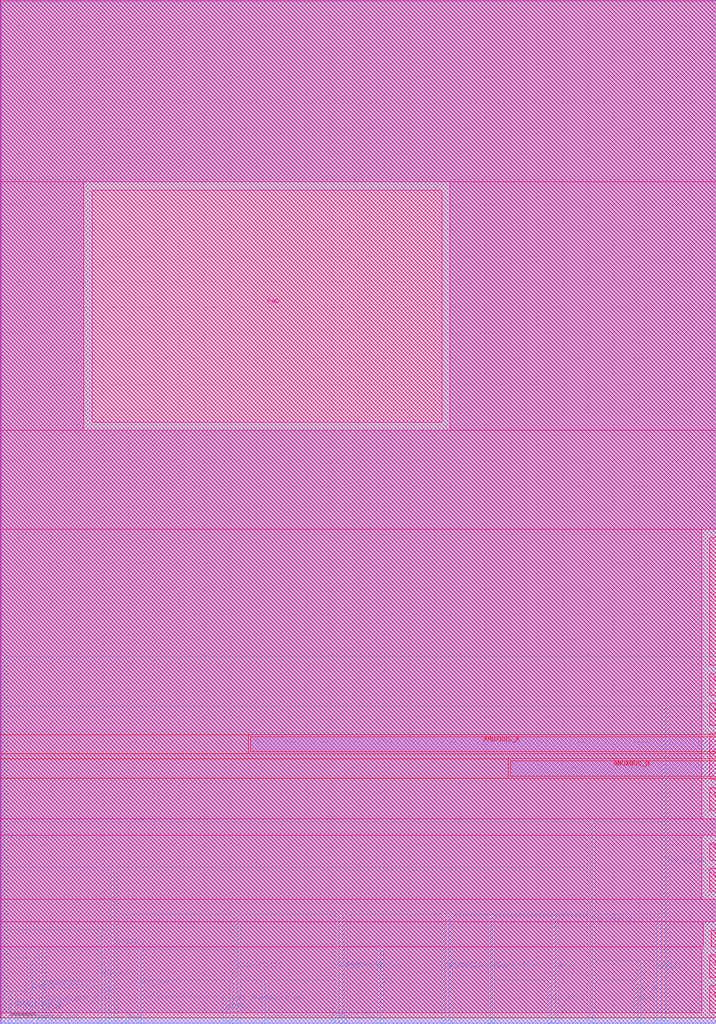
<source format=lef>
# Copyright 2020 The SkyWater PDK Authors
#
# Licensed under the Apache License, Version 2.0 (the "License");
# you may not use this file except in compliance with the License.
# You may obtain a copy of the License at
#
#     https://www.apache.org/licenses/LICENSE-2.0
#
# Unless required by applicable law or agreed to in writing, software
# distributed under the License is distributed on an "AS IS" BASIS,
# WITHOUT WARRANTIES OR CONDITIONS OF ANY KIND, either express or implied.
# See the License for the specific language governing permissions and
# limitations under the License.
#
# SPDX-License-Identifier: Apache-2.0

VERSION 5.7 ;
  NOWIREEXTENSIONATPIN ON ;
  DIVIDERCHAR "/" ;
  BUSBITCHARS "[]" ;
MACRO sky130_fd_io__top_gpio_ovtv2
  CLASS PAD ;
  FOREIGN sky130_fd_io__top_gpio_ovtv2 ;
  ORIGIN  0.000000  0.000000 ;
  SIZE  140.0000 BY  200.0000 ;
  SYMMETRY X Y R90 ;
  PIN AMUXBUS_A
    DIRECTION INOUT ;
    USE SIGNAL ;
    PORT
      LAYER met4 ;
        RECT 48.930000 53.125000 140.000000 56.105000 ;
    END
  END AMUXBUS_A
  PIN AMUXBUS_B
    DIRECTION INOUT ;
    USE SIGNAL ;
    PORT
      LAYER met4 ;
        RECT 99.710000 48.365000 140.000000 51.345000 ;
    END
  END AMUXBUS_B
  PIN ANALOG_EN
    DIRECTION INPUT ;
    USE SIGNAL ;
    PORT
      LAYER met3 ;
        RECT 8.115000 0.000000 8.445000 14.070000 ;
    END
  END ANALOG_EN
  PIN ANALOG_POL
    DIRECTION INPUT ;
    USE SIGNAL ;
    PORT
      LAYER met3 ;
        RECT 65.235000 0.000000 65.565000 1.165000 ;
    END
  END ANALOG_POL
  PIN ANALOG_SEL
    DIRECTION INPUT ;
    USE SIGNAL ;
    PORT
      LAYER met3 ;
        RECT 51.655000 0.000000 51.985000 8.060000 ;
    END
  END ANALOG_SEL
  PIN DM[0]
    DIRECTION INPUT ;
    USE SIGNAL ;
    PORT
      LAYER met3 ;
        RECT 129.125000 0.000000 129.455000 20.955000 ;
    END
  END DM[0]
  PIN DM[1]
    DIRECTION INPUT ;
    USE SIGNAL ;
    PORT
      LAYER met3 ;
        RECT 128.275000 0.000000 128.605000 20.180000 ;
    END
  END DM[1]
  PIN DM[2]
    DIRECTION INPUT ;
    USE SIGNAL ;
    PORT
      LAYER met3 ;
        RECT 108.395000 0.000000 108.725000 20.640000 ;
    END
  END DM[2]
  PIN ENABLE_H
    DIRECTION INPUT ;
    USE SIGNAL ;
    PORT
      LAYER met3 ;
        RECT 22.135000 0.000000 22.465000 30.150000 ;
    END
  END ENABLE_H
  PIN ENABLE_INP_H
    DIRECTION INPUT ;
    USE SIGNAL ;
    PORT
      LAYER met3 ;
        RECT 7.110000 0.000000 7.440000 0.670000 ;
    END
  END ENABLE_INP_H
  PIN ENABLE_VDDA_H
    DIRECTION INPUT ;
    USE SIGNAL ;
    PORT
      LAYER met3 ;
        RECT 8.770000 0.000000 9.100000 7.915000 ;
    END
  END ENABLE_VDDA_H
  PIN ENABLE_VDDIO
    DIRECTION INPUT ;
    USE SIGNAL ;
    PORT
      LAYER met3 ;
        RECT 95.845000 0.000000 96.215000 20.755000 ;
    END
  END ENABLE_VDDIO
  PIN ENABLE_VSWITCH_H
    DIRECTION INPUT ;
    USE SIGNAL ;
    PORT
      LAYER met3 ;
        RECT 5.765000 0.000000 6.365000 12.470000 ;
    END
  END ENABLE_VSWITCH_H
  PIN HLD_H_N
    DIRECTION INPUT ;
    USE SIGNAL ;
    PORT
      LAYER met3 ;
        RECT 19.635000 0.000000 19.965000 17.985000 ;
    END
  END HLD_H_N
  PIN HLD_OVR
    DIRECTION INPUT ;
    USE SIGNAL ;
    PORT
      LAYER met3 ;
        RECT 27.355000 0.000000 27.685000 14.055000 ;
    END
  END HLD_OVR
  PIN HYS_TRIM
    DIRECTION INPUT ;
    USE SIGNAL ;
    PORT
      LAYER met3 ;
        RECT 45.355000 0.000000 45.685000 8.060000 ;
    END
  END HYS_TRIM
  PIN IB_MODE_SEL[0]
    DIRECTION INPUT ;
    USE SIGNAL ;
    PORT
      LAYER met3 ;
        RECT 86.815000 0.000000 87.145000 20.980000 ;
    END
  END IB_MODE_SEL[0]
  PIN IB_MODE_SEL[1]
    DIRECTION INPUT ;
    USE SIGNAL ;
    PORT
      LAYER met3 ;
        RECT 66.935000 0.000000 67.265000 20.980000 ;
    END
  END IB_MODE_SEL[1]
  PIN IN
    DIRECTION OUTPUT ;
    USE SIGNAL ;
    PORT
      LAYER met3 ;
        RECT 20.380000 0.000000 20.710000 11.310000 ;
    END
  END IN
  PIN INP_DIS
    DIRECTION INPUT ;
    USE SIGNAL ;
    PORT
      LAYER met3 ;
        RECT 107.545000 0.000000 107.875000 8.060000 ;
    END
  END INP_DIS
  PIN IN_H
    DIRECTION OUTPUT ;
    USE SIGNAL ;
    PORT
      LAYER met3 ;
        RECT 24.380000 0.000000 24.710000 0.940000 ;
    END
  END IN_H
  PIN OE_N
    DIRECTION INPUT ;
    USE SIGNAL ;
    PORT
      LAYER met3 ;
        RECT 124.445000 0.000000 124.775000 8.060000 ;
    END
  END OE_N
  PIN OUT
    DIRECTION INPUT ;
    USE SIGNAL ;
    PORT
      LAYER met3 ;
        RECT 74.125000 0.000000 74.455000 14.865000 ;
    END
  END OUT
  PIN PAD
    DIRECTION INOUT ;
    USE SIGNAL ;
    PORT
      LAYER met5 ;
        RECT 17.930000 117.530000 86.325000 162.905000 ;
    END
  END PAD
  PIN PAD_A_ESD_0_H
    DIRECTION INOUT ;
    USE SIGNAL ;
    PORT
      LAYER met3 ;
        RECT 1.600000 0.000000 2.200000 5.470000 ;
    END
  END PAD_A_ESD_0_H
  PIN PAD_A_ESD_1_H
    DIRECTION INOUT ;
    USE SIGNAL ;
    PORT
      LAYER met3 ;
        RECT 0.330000 0.000000 0.930000 71.380000 ;
    END
  END PAD_A_ESD_1_H
  PIN PAD_A_NOESD_H
    DIRECTION INOUT ;
    USE SIGNAL ;
    PORT
      LAYER met3 ;
        RECT 2.885000 0.000000 3.485000 5.900000 ;
    END
  END PAD_A_NOESD_H
  PIN SLEW_CTL[0]
    DIRECTION INPUT ;
    USE SIGNAL ;
    PORT
      LAYER met3 ;
        RECT 66.085000 0.000000 66.415000 20.980000 ;
    END
  END SLEW_CTL[0]
  PIN SLEW_CTL[1]
    DIRECTION INPUT ;
    USE SIGNAL ;
    PORT
      LAYER met3 ;
        RECT 46.205000 0.000000 46.535000 20.980000 ;
    END
  END SLEW_CTL[1]
  PIN SLOW
    DIRECTION INPUT ;
    USE SIGNAL ;
    PORT
      LAYER met3 ;
        RECT 125.140000 0.000000 125.470000 11.965000 ;
    END
  END SLOW
  PIN TIE_HI_ESD
    DIRECTION OUTPUT ;
    USE SIGNAL ;
    PORT
      LAYER met3 ;
        RECT 129.975000 0.000000 130.305000 61.655000 ;
    END
  END TIE_HI_ESD
  PIN TIE_LO_ESD
    DIRECTION OUTPUT ;
    USE SIGNAL ;
    PORT
      LAYER met3 ;
        RECT 115.290000 0.000000 115.890000 39.035000 ;
    END
  END TIE_LO_ESD
  PIN VINREF
    DIRECTION INPUT ;
    USE SIGNAL ;
    PORT
      LAYER met3 ;
        RECT 44.035000 0.000000 44.365000 4.885000 ;
    END
  END VINREF
  PIN VTRIP_SEL
    DIRECTION INPUT ;
    USE SIGNAL ;
    PORT
      LAYER met3 ;
        RECT 87.665000 0.000000 87.995000 20.980000 ;
    END
  END VTRIP_SEL
  PIN VCCD
    DIRECTION INOUT ;
    USE POWER ;
    PORT
      LAYER met5 ;
        RECT 138.730000 8.985000 140.000000 13.435000 ;
    END
  END VCCD
  PIN VCCHIB
    DIRECTION INOUT ;
    USE POWER ;
    PORT
      LAYER met5 ;
        RECT 138.730000 2.135000 140.000000 7.385000 ;
    END
  END VCCHIB
  PIN VDDA
    DIRECTION INOUT ;
    USE POWER ;
    PORT
      LAYER met5 ;
        RECT 139.035000 15.035000 140.000000 18.285000 ;
    END
  END VDDA
  PIN VDDIO
    DIRECTION INOUT ;
    USE POWER ;
    PORT
      LAYER met5 ;
        RECT 138.730000 70.035000 140.000000 94.985000 ;
    END
  END VDDIO
  PIN VDDIO_Q
    DIRECTION INOUT ;
    USE POWER ;
    PORT
      LAYER met5 ;
        RECT 138.730000 64.185000 140.000000 68.435000 ;
    END
  END VDDIO_Q
  PIN VSSA
    DIRECTION INOUT ;
    USE GROUND ;
    PORT
      LAYER met5 ;
        RECT 138.730000 47.735000 140.000000 56.735000 ;
    END
  END VSSA
  PIN VSSD
    DIRECTION INOUT ;
    USE GROUND ;
    PORT
      LAYER met5 ;
        RECT 138.730000 41.685000 140.000000 46.135000 ;
    END
  END VSSD
  PIN VSSIO
    DIRECTION INOUT ;
    USE GROUND ;
    PORT
      LAYER met5 ;
        RECT 138.730000 25.935000 140.000000 30.385000 ;
    END
  END VSSIO
  PIN VSSIO_Q
    DIRECTION INOUT ;
    USE GROUND ;
    PORT
      LAYER met5 ;
        RECT 138.730000 58.335000 140.000000 62.585000 ;
    END
  END VSSIO_Q
  PIN VSWITCH
    DIRECTION INOUT ;
    USE POWER ;
    PORT
      LAYER met5 ;
        RECT 138.730000 31.985000 140.000000 35.235000 ;
    END
  END VSWITCH
  OBS
    LAYER li1 ;
      RECT 0.230000 0.200000 140.000000 199.780000 ;
    LAYER met1 ;
      RECT 0.080000 0.000000 140.000000 199.810000 ;
    LAYER met2 ;
      RECT 0.080000 0.000000 140.000000 199.955000 ;
    LAYER met3 ;
      RECT   0.330000 71.780000 140.000000 199.715000 ;
      RECT   1.330000  5.870000   2.485000   6.300000 ;
      RECT   1.330000  6.300000   5.365000  12.870000 ;
      RECT   1.330000 12.870000   7.715000  14.470000 ;
      RECT   1.330000 14.470000  19.235000  18.385000 ;
      RECT   1.330000 18.385000  21.735000  30.550000 ;
      RECT   1.330000 30.550000 114.890000  39.435000 ;
      RECT   1.330000 39.435000 129.575000  62.055000 ;
      RECT   1.330000 62.055000 140.000000  71.780000 ;
      RECT   3.885000  0.000000   5.365000   6.300000 ;
      RECT   6.765000  1.070000   7.715000  12.870000 ;
      RECT   8.845000  8.315000  19.235000  14.470000 ;
      RECT   9.500000  0.000000  19.235000   8.315000 ;
      RECT  20.365000 11.710000  21.735000  18.385000 ;
      RECT  21.110000  0.000000  21.735000  11.710000 ;
      RECT  22.865000  0.000000  23.980000   1.340000 ;
      RECT  22.865000  1.340000  26.955000  14.455000 ;
      RECT  22.865000 14.455000  45.805000  21.380000 ;
      RECT  22.865000 21.380000 114.890000  30.550000 ;
      RECT  25.110000  0.000000  26.955000   1.340000 ;
      RECT  28.085000  0.000000  43.635000   5.285000 ;
      RECT  28.085000  5.285000  44.955000   8.460000 ;
      RECT  28.085000  8.460000  45.805000  14.455000 ;
      RECT  44.765000  0.000000  44.955000   5.285000 ;
      RECT  46.935000  0.000000  51.255000   8.460000 ;
      RECT  46.935000  8.460000  65.685000  21.380000 ;
      RECT  52.385000  0.000000  64.835000   1.565000 ;
      RECT  52.385000  1.565000  65.685000   8.460000 ;
      RECT  67.665000  0.000000  73.725000  15.265000 ;
      RECT  67.665000 15.265000  86.415000  21.380000 ;
      RECT  74.855000  0.000000  86.415000  15.265000 ;
      RECT  88.395000  0.000000  95.445000  21.155000 ;
      RECT  88.395000 21.155000 114.890000  21.380000 ;
      RECT  96.615000  0.000000 107.145000   8.460000 ;
      RECT  96.615000  8.460000 107.995000  21.040000 ;
      RECT  96.615000 21.040000 114.890000  21.155000 ;
      RECT 109.125000  0.000000 114.890000  21.040000 ;
      RECT 116.290000  0.000000 124.045000   8.460000 ;
      RECT 116.290000  8.460000 124.740000  12.365000 ;
      RECT 116.290000 12.365000 127.875000  20.580000 ;
      RECT 116.290000 20.580000 128.725000  21.355000 ;
      RECT 116.290000 21.355000 129.575000  39.435000 ;
      RECT 125.870000  0.000000 127.875000  12.365000 ;
      RECT 130.705000  0.000000 140.000000  62.055000 ;
    LAYER met4 ;
      RECT 0.000000  1.160000 140.000000  47.965000 ;
      RECT 0.000000 47.965000  99.310000  51.745000 ;
      RECT 0.000000 51.745000 140.000000  52.725000 ;
      RECT 0.000000 52.725000  48.530000  56.505000 ;
      RECT 0.000000 56.505000 140.000000 200.000000 ;
    LAYER met5 ;
      RECT  0.000000   2.135000 137.130000  15.035000 ;
      RECT  0.000000  15.035000 137.435000  19.885000 ;
      RECT  0.000000  19.885000 140.000000  24.335000 ;
      RECT  0.000000  24.335000 137.130000  36.835000 ;
      RECT  0.000000  36.835000 140.000000  40.085000 ;
      RECT  0.000000  40.085000 137.130000  96.585000 ;
      RECT  0.000000  96.585000 140.000000 115.930000 ;
      RECT  0.000000 115.930000  16.330000 164.505000 ;
      RECT  0.000000 164.505000 140.000000 200.000000 ;
      RECT 87.925000 115.930000 140.000000 164.505000 ;
  END
END sky130_fd_io__top_gpio_ovtv2
END LIBRARY

</source>
